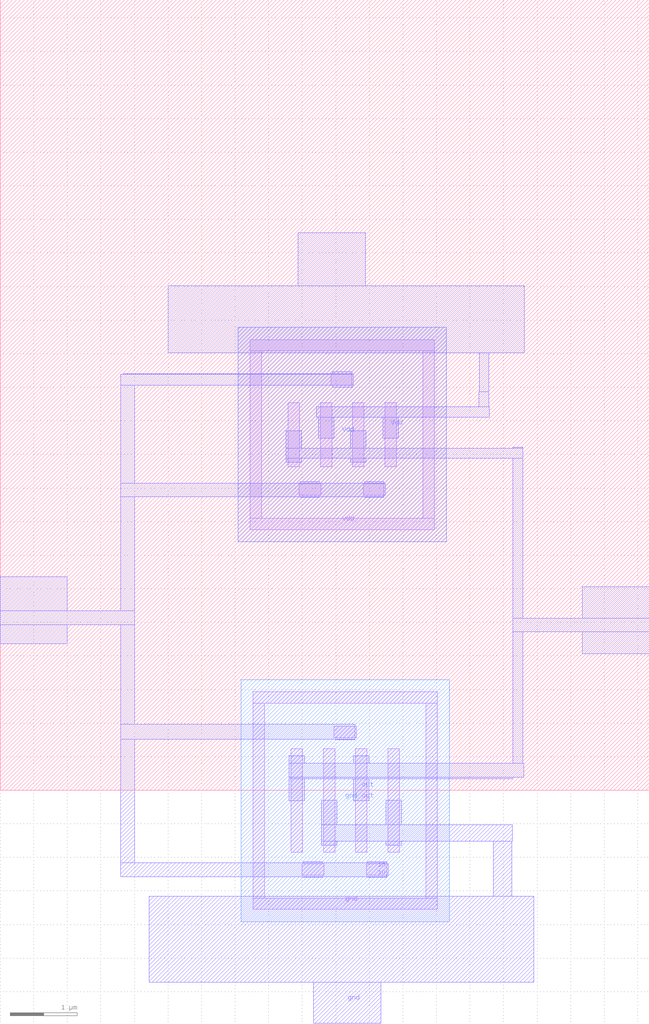
<source format=lef>
VERSION 5.7 ;
  NOWIREEXTENSIONATPIN ON ;
  DIVIDERCHAR "/" ;
  BUSBITCHARS "[]" ;
MACRO inverter
  CLASS BLOCK ;
  FOREIGN inverter ;
  ORIGIN 0.000 0.000 ;
  SIZE 9.670 BY 11.770 ;
  PIN in
    ANTENNAGATEAREA 1.350000 ;
    PORT
      LAYER li1 ;
        RECT 4.930 6.030 5.260 6.200 ;
        RECT 4.450 4.390 4.780 4.560 ;
        RECT 5.410 4.390 5.740 4.560 ;
        RECT 4.975 0.785 5.305 0.955 ;
        RECT 4.495 -1.265 4.825 -1.095 ;
        RECT 5.455 -1.265 5.785 -1.095 ;
      LAYER met1 ;
        RECT 4.950 6.200 5.240 6.230 ;
        RECT 1.840 6.195 5.240 6.200 ;
        RECT 1.795 6.030 5.240 6.195 ;
        RECT 1.795 4.570 2.005 6.030 ;
        RECT 4.950 6.000 5.240 6.030 ;
        RECT 4.470 4.570 4.760 4.590 ;
        RECT 5.430 4.570 5.720 4.590 ;
        RECT 1.795 4.370 5.720 4.570 ;
        RECT 0.000 2.675 1.000 3.180 ;
        RECT 1.795 2.675 2.005 4.370 ;
        RECT 4.470 4.360 4.760 4.370 ;
        RECT 5.430 4.360 5.720 4.370 ;
        RECT 0.000 2.465 2.005 2.675 ;
        RECT 0.000 2.180 1.000 2.465 ;
        RECT 1.795 0.980 2.005 2.465 ;
        RECT 4.995 0.980 5.285 0.985 ;
        RECT 1.795 0.760 5.285 0.980 ;
        RECT 1.795 -1.080 2.005 0.760 ;
        RECT 4.995 0.755 5.285 0.760 ;
        RECT 4.515 -1.080 4.805 -1.065 ;
        RECT 5.475 -1.080 5.765 -1.065 ;
        RECT 1.795 -1.290 5.765 -1.080 ;
        RECT 4.515 -1.295 4.805 -1.290 ;
        RECT 5.475 -1.295 5.765 -1.290 ;
    END
  END in
  PIN gnd
    ANTENNADIFFAREA 2.813500 ;
    PORT
      LAYER pwell ;
        RECT 3.585 -1.955 6.695 1.645 ;
      LAYER li1 ;
        RECT 3.765 1.295 6.515 1.465 ;
        RECT 3.765 -1.605 3.935 1.295 ;
        RECT 4.815 -0.925 4.985 0.615 ;
        RECT 5.775 -0.925 5.945 0.615 ;
        RECT 6.345 -1.605 6.515 1.295 ;
        RECT 3.765 -1.775 6.515 -1.605 ;
      LAYER met1 ;
        RECT 4.785 -0.510 5.015 -0.150 ;
        RECT 5.745 -0.510 5.975 -0.150 ;
        RECT 4.785 -0.760 7.630 -0.510 ;
        RECT 4.785 -0.820 5.015 -0.760 ;
        RECT 5.745 -0.820 5.975 -0.760 ;
        RECT 4.115 -1.580 6.165 -1.575 ;
        RECT 7.350 -1.580 7.620 -0.760 ;
        RECT 2.220 -2.860 7.950 -1.580 ;
        RECT 4.670 -3.470 5.670 -2.860 ;
    END
  END gnd
  PIN Vdd
    ANTENNADIFFAREA 2.376150 ;
    PORT
      LAYER nwell ;
        RECT 3.540 3.700 6.650 6.890 ;
      LAYER li1 ;
        RECT 3.720 6.540 6.470 6.710 ;
        RECT 3.720 4.050 3.890 6.540 ;
        RECT 4.770 4.820 4.940 5.770 ;
        RECT 5.730 4.820 5.900 5.770 ;
        RECT 6.300 4.050 6.470 6.540 ;
        RECT 3.720 3.880 6.470 4.050 ;
      LAYER met1 ;
        RECT 4.440 7.510 5.440 8.300 ;
        RECT 2.500 6.510 7.810 7.510 ;
        RECT 7.140 5.930 7.280 6.510 ;
        RECT 7.130 5.710 7.280 5.930 ;
        RECT 4.710 5.550 7.290 5.710 ;
        RECT 4.740 5.240 4.970 5.550 ;
        RECT 5.700 5.240 5.930 5.550 ;
    END
  END Vdd
  PIN out
    ANTENNADIFFAREA 1.487050 ;
    PORT
      LAYER li1 ;
        RECT 4.290 4.820 4.460 5.770 ;
        RECT 5.250 4.820 5.420 5.770 ;
        RECT 4.335 -0.925 4.505 0.615 ;
        RECT 5.295 -0.925 5.465 0.615 ;
      LAYER met1 ;
        RECT 4.260 5.090 4.490 5.350 ;
        RECT 5.220 5.090 5.450 5.350 ;
        RECT 7.640 5.090 7.790 5.105 ;
        RECT 4.260 4.940 7.790 5.090 ;
        RECT 4.260 4.880 4.490 4.940 ;
        RECT 5.220 4.880 5.450 4.940 ;
        RECT 7.640 2.560 7.790 4.940 ;
        RECT 8.670 2.560 9.670 3.030 ;
        RECT 7.640 2.360 9.670 2.560 ;
        RECT 4.305 0.400 4.535 0.510 ;
        RECT 5.265 0.400 5.495 0.510 ;
        RECT 7.640 0.400 7.790 2.360 ;
        RECT 8.670 2.030 9.670 2.360 ;
        RECT 4.305 0.190 7.800 0.400 ;
        RECT 4.305 0.170 7.630 0.190 ;
        RECT 4.305 -0.160 4.535 0.170 ;
        RECT 5.265 -0.160 5.495 0.170 ;
    END
  END out
END inverter
END LIBRARY


</source>
